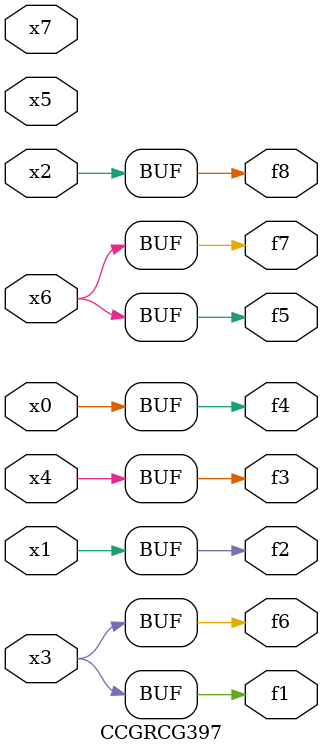
<source format=v>
module CCGRCG397(
	input x0, x1, x2, x3, x4, x5, x6, x7,
	output f1, f2, f3, f4, f5, f6, f7, f8
);
	assign f1 = x3;
	assign f2 = x1;
	assign f3 = x4;
	assign f4 = x0;
	assign f5 = x6;
	assign f6 = x3;
	assign f7 = x6;
	assign f8 = x2;
endmodule

</source>
